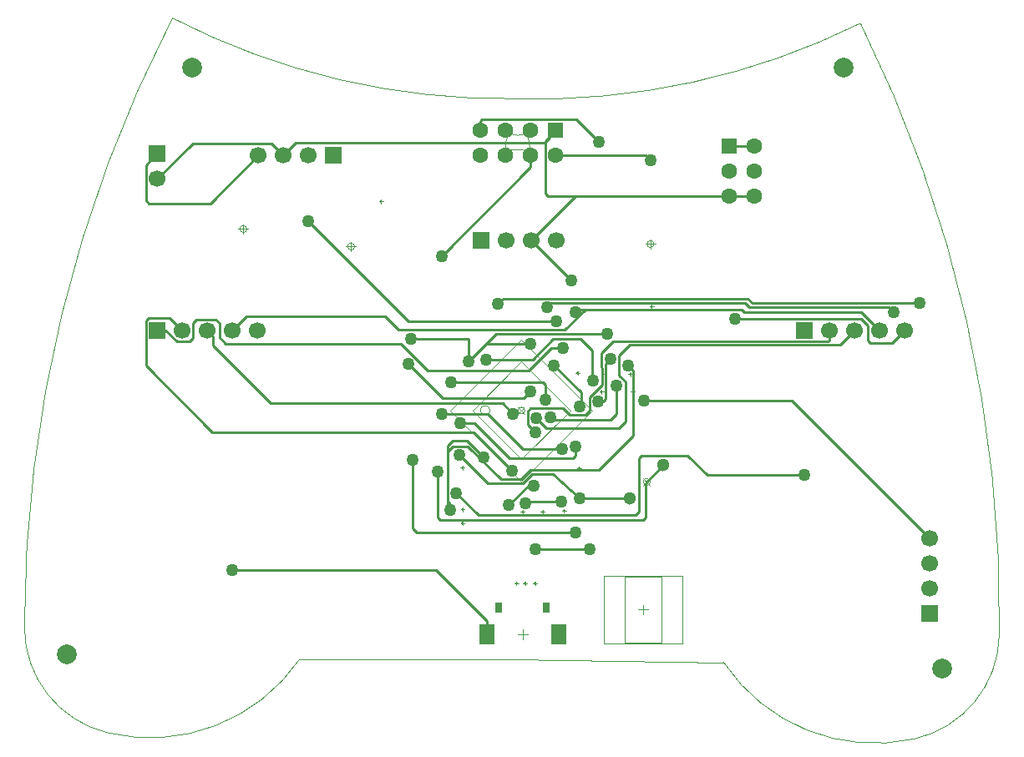
<source format=gbl>
G04*
G04 #@! TF.GenerationSoftware,Altium Limited,Altium Designer,19.0.4 (130)*
G04*
G04 Layer_Physical_Order=2*
G04 Layer_Color=16711680*
%FSLAX44Y44*%
%MOMM*%
G71*
G01*
G75*
%ADD16C,0.2540*%
%ADD19C,0.1000*%
%ADD20C,0.0127*%
%ADD21C,0.0500*%
%ADD22C,0.0254*%
%ADD56C,1.6000*%
%ADD57R,1.6000X1.6000*%
%ADD58R,1.7000X1.7000*%
%ADD59C,1.7000*%
%ADD60R,1.5000X2.0000*%
%ADD61R,0.8000X1.0000*%
%ADD62R,1.6000X1.6000*%
%ADD63C,1.3000*%
%ADD64R,1.7000X1.7000*%
%ADD65C,1.2700*%
%ADD66C,2.0000*%
D16*
X503867Y390398D02*
X524441Y410972D01*
X405638Y272542D02*
X439166Y239014D01*
X524441Y410972D02*
X682870D01*
X516772D02*
X524441D01*
X486410Y525780D02*
X514350D01*
X483616Y580390D02*
Y582396D01*
Y528574D02*
Y580390D01*
X384810Y267462D02*
Y272796D01*
Y215978D02*
Y267462D01*
Y210566D02*
Y215978D01*
X423825Y376073D02*
X433832Y386080D01*
X406400Y358648D02*
X423825Y376073D01*
X78994Y557784D02*
X90170Y568960D01*
X78994Y521970D02*
Y557784D01*
Y521970D02*
X82042Y518922D01*
X144272D01*
X193040Y567690D01*
X685292Y408550D02*
X804300D01*
X335280Y390398D02*
X503867D01*
X321564Y404114D02*
X335280Y390398D01*
X180594Y404114D02*
X321564D01*
X166370Y389890D02*
X180594Y404114D01*
X804300Y408550D02*
X822960Y389890D01*
X682870Y410972D02*
X685292Y408550D01*
X514350D02*
X516772Y410972D01*
X734060Y318770D02*
X873760Y179070D01*
X584200Y318770D02*
X734060D01*
X531368Y340106D02*
X532638Y338836D01*
X531368Y340106D02*
Y369570D01*
X519652Y381286D02*
X531368Y369570D01*
X492029Y381286D02*
X519652D01*
X471170Y360426D02*
X492029Y381286D01*
X424180Y360426D02*
X471170D01*
X206248Y579882D02*
X218440Y567690D01*
X126492Y579882D02*
X206248D01*
X90170Y543560D02*
X126492Y579882D01*
X218440Y567690D02*
X231140Y580390D01*
X483616D01*
X494310Y593090D01*
X387350Y208026D02*
Y213438D01*
X384810Y215978D02*
X387350Y213438D01*
X384810Y272796D02*
X389890Y277876D01*
X404114D01*
X421132Y260858D01*
X567690Y354076D02*
X572770Y348996D01*
Y282829D02*
Y348996D01*
X538099Y248158D02*
X572770Y282829D01*
X468630Y248158D02*
X538099D01*
X459486Y239014D02*
X468630Y248158D01*
X439166Y239014D02*
X459486D01*
X389890Y272542D02*
X405638D01*
X384810Y267462D02*
X389890Y272542D01*
X384810Y210566D02*
X387350Y208026D01*
X518661Y219249D02*
X569769D01*
X491841Y244348D02*
X518661Y219249D01*
X470358Y244348D02*
X491841D01*
X461214Y235204D02*
X470358Y244348D01*
X425196Y235204D02*
X461214D01*
X397002Y263398D02*
X425196Y235204D01*
X140970Y389890D02*
X146948Y383912D01*
Y374650D02*
Y383912D01*
Y374650D02*
X205368Y316230D01*
X440436D01*
X451358Y305308D01*
X474726Y301028D02*
X484924Y290830D01*
X558800D01*
X565150Y297180D01*
Y337820D01*
X558800Y344170D02*
X565150Y337820D01*
X558800Y344170D02*
Y364490D01*
X569350Y375040D01*
X782710D01*
X797560Y389890D01*
X772160Y380120D02*
Y389890D01*
X770890Y378850D02*
X772160Y380120D01*
X552840Y378850D02*
X770890D01*
X541020Y367030D02*
X552840Y378850D01*
X541020Y352642D02*
Y367030D01*
Y352642D02*
X541528Y352134D01*
Y334518D02*
Y352134D01*
X528828Y321818D02*
X541528Y334518D01*
X528828Y308610D02*
Y321818D01*
X524510Y304292D02*
X528828Y308610D01*
X508254Y304292D02*
X524510D01*
X501650Y310896D02*
X508254Y304292D01*
X468630Y310896D02*
X501650D01*
X465836Y308102D02*
X468630Y310896D01*
X465836Y294132D02*
Y308102D01*
Y294132D02*
X473456Y286512D01*
X90170Y389890D02*
X99060D01*
X110236Y378714D01*
X123190D01*
X126746Y382270D01*
Y397510D01*
X130302Y401066D01*
X149860D01*
X153416Y397510D01*
Y382778D02*
Y397510D01*
Y382778D02*
X159766Y376428D01*
X337566D01*
X364490Y349504D01*
X467106D01*
X489966Y372364D01*
X501396D01*
X446995Y212643D02*
X466763Y232410D01*
X472440D01*
X473710Y168148D02*
X529082D01*
X518922Y313182D02*
X520192Y314452D01*
Y326898D01*
X492506Y354584D02*
X520192Y326898D01*
X468910Y555524D02*
Y567690D01*
X378714Y465328D02*
X468910Y555524D01*
X378714Y305308D02*
X425958D01*
X461518Y269748D01*
X500888D01*
X397510Y295910D02*
X411988D01*
X447802Y260096D01*
X512064D01*
X514858Y262890D01*
Y272034D01*
X388620Y337566D02*
X481330D01*
X484378Y334518D01*
Y319786D02*
Y334518D01*
X831732Y413630D02*
X837184Y408178D01*
X690254Y413630D02*
X831732D01*
X686444Y417440D02*
X690254Y413630D01*
X489793Y417440D02*
X686444D01*
X485864Y413512D02*
X489793Y417440D01*
X347980Y381000D02*
X406400D01*
Y358648D02*
Y381000D01*
X433832Y386080D02*
X546700D01*
X243840Y500634D02*
X345186Y399288D01*
X494792D01*
X418110Y593090D02*
Y601980D01*
X419888Y603758D01*
X515112D01*
X537974Y580896D01*
X344932Y355854D02*
X379730Y321056D01*
X461772D01*
X468884Y328168D01*
X694064Y417440D02*
X863210D01*
X689102Y422402D02*
X694064Y417440D01*
X441452Y422402D02*
X689102D01*
X435610Y416560D02*
X441452Y422402D01*
X676402Y402082D02*
X803656D01*
X811022Y394716D01*
Y379730D02*
Y394716D01*
Y379730D02*
X813562Y377190D01*
X835660D01*
X848360Y389890D01*
X463511Y214884D02*
X464781Y216154D01*
X500380D01*
X647954Y243078D02*
X746760D01*
X628142Y262890D02*
X647954Y243078D01*
X581406Y262890D02*
X628142D01*
X578866Y260350D02*
X581406Y262890D01*
X578866Y205994D02*
Y260350D01*
X575310Y202438D02*
X578866Y205994D01*
X416052Y202438D02*
X575310D01*
X393700Y224790D02*
X416052Y202438D01*
X488950Y301752D02*
Y302006D01*
Y301752D02*
X491490Y299212D01*
X549910D01*
X556260Y305562D01*
Y334010D01*
X537718Y317754D02*
X542290D01*
X545338Y320802D01*
Y356362D01*
X549910Y360934D01*
X469900Y481330D02*
X510540Y440690D01*
X166370Y147066D02*
X373198D01*
X424760Y95504D01*
Y81280D02*
Y95504D01*
X483616Y528574D02*
X486410Y525780D01*
X483616Y582396D02*
X494310Y593090D01*
X374650Y199898D02*
Y246380D01*
Y199898D02*
X377190Y197358D01*
X582930D01*
X585724Y200152D01*
Y235204D01*
X603711Y253191D01*
X423825Y376073D02*
X468904D01*
X353822Y185166D02*
X514096D01*
X349758Y189230D02*
X353822Y185166D01*
X349758Y189230D02*
Y258318D01*
X585470Y567690D02*
X590550Y562610D01*
X494310Y567690D02*
X585470D01*
X102870Y402590D02*
X115570Y389890D01*
X81534Y402590D02*
X102870D01*
X78994Y400050D02*
X81534Y402590D01*
X78994Y354330D02*
Y400050D01*
Y354330D02*
X146457Y286867D01*
X411613D01*
X450576Y247904D01*
X469900Y481330D02*
X514350Y525780D01*
X670560D01*
X695960D01*
X670560Y576580D02*
X695960D01*
D19*
X427970Y308610D02*
G03*
X427970Y308610I-5000J0D01*
G01*
X459740Y259112D02*
X509238Y308610D01*
X410243D02*
X459740Y358108D01*
X509238Y308610D01*
X410243D02*
X459740Y259112D01*
X564430Y73180D02*
X601430D01*
X564430Y140180D02*
X601430D01*
Y73180D02*
Y140180D01*
X564430Y73180D02*
Y140180D01*
X459740Y236768D02*
X531582Y308610D01*
X387898D02*
X459740Y380452D01*
X531582Y308610D01*
X387898D02*
X459740Y236768D01*
X582930Y101680D02*
Y111680D01*
X577930Y106680D02*
X587930D01*
X542930Y72180D02*
X622930D01*
X542930Y141180D02*
X622930D01*
Y72180D02*
Y141180D01*
X542930Y72180D02*
Y141180D01*
X461010Y76200D02*
Y86360D01*
X455930Y81280D02*
X466090D01*
D20*
X448678Y587462D02*
G03*
X448678Y587462I-762J0D01*
G01*
X446790Y574092D02*
G03*
X446790Y574092I-762J0D01*
G01*
X466296Y573946D02*
G03*
X466296Y573946I-762J0D01*
G01*
X464608Y587343D02*
G03*
X464608Y587343I-762J0D01*
G01*
X455883Y587712D02*
G03*
X464756Y589656I563J18652D01*
G01*
X468332Y573904D02*
G03*
X464756Y589656I-34222J512D01*
G01*
X466143Y571215D02*
G03*
X468332Y573904I-609J2731D01*
G01*
X461236Y573186D02*
G03*
X466143Y571215I3890J2593D01*
G01*
X447042Y589788D02*
G03*
X455883Y587712I8558J16582D01*
G01*
X447042Y589788D02*
G03*
X443230Y574092I30414J-15696D01*
G01*
D02*
G03*
X445378Y571371I2798J0D01*
G01*
D02*
G03*
X450314Y573267I1085J4547D01*
G01*
X455775D02*
X461236Y573186D01*
X450314Y573267D02*
X455775D01*
X454100Y625024D02*
G03*
X803395Y701537I22172J734335D01*
G01*
X944190Y81400D02*
G03*
X803395Y701537I-1347306J20160D01*
G01*
X858013Y-24466D02*
G03*
X944190Y81400I-23963J107514D01*
G01*
X664831Y53097D02*
G03*
X858013Y-24466I153145J102073D01*
G01*
X105988Y706755D02*
G03*
X454100Y625024I336929J652854D01*
G01*
X105988Y706755D02*
G03*
X-44070Y88794I1197399J-617961D01*
G01*
X-44070D02*
G03*
X40514Y-18350I110153J0D01*
G01*
Y-18350D02*
G03*
X234835Y56314I42720J179018D01*
G01*
X449845Y56314D02*
X664831Y53097D01*
X234835Y56314D02*
X449845D01*
D21*
X463240Y308610D02*
G03*
X463240Y308610I-3500J0D01*
G01*
X181300Y492760D02*
G03*
X181300Y492760I-3500J0D01*
G01*
X594050Y477520D02*
G03*
X594050Y477520I-3500J0D01*
G01*
X590240Y236220D02*
G03*
X590240Y236220I-3500J0D01*
G01*
X290520Y474980D02*
G03*
X290520Y474980I-3500J0D01*
G01*
X456204Y312146D02*
X463275Y305075D01*
X456205D02*
X463276Y312146D01*
X177800Y487760D02*
Y497760D01*
X172800Y492760D02*
X182800D01*
X585550Y477520D02*
X595550D01*
X590550Y472520D02*
Y482520D01*
X583205Y232685D02*
X590276Y239756D01*
X583205Y239755D02*
X590276Y232684D01*
X282020Y474980D02*
X292020D01*
X287020Y469980D02*
Y479980D01*
D22*
X574041Y327661D02*
G03*
X574041Y327661I-1270J0D01*
G01*
X571460Y345440D02*
G03*
X571460Y345440I-1270J0D01*
G01*
X401360Y194310D02*
G03*
X401360Y194310I-1270J0D01*
G01*
X518120Y346710D02*
G03*
X518120Y346710I-1270J0D01*
G01*
X482560Y205740D02*
G03*
X482560Y205740I-1270J0D01*
G01*
X542330Y327660D02*
G03*
X542330Y327660I-1270J0D01*
G01*
X543600Y345440D02*
G03*
X543600Y345440I-1270J0D01*
G01*
X455930Y133390D02*
G03*
X455930Y133390I-1270J0D01*
G01*
X464820Y133350D02*
G03*
X464820Y133350I-1270J0D01*
G01*
X504191Y207011D02*
G03*
X504191Y207011I-1270J0D01*
G01*
X401360Y208280D02*
G03*
X401360Y208280I-1270J0D01*
G01*
X462281Y205741D02*
G03*
X462281Y205741I-1270J0D01*
G01*
X474980Y133390D02*
G03*
X474980Y133390I-1270J0D01*
G01*
X519430Y250230D02*
G03*
X519430Y250230I-1270J0D01*
G01*
X593090Y413980D02*
G03*
X593090Y413980I-1270J0D01*
G01*
X401320Y250690D02*
G03*
X401320Y250690I-1270J0D01*
G01*
X318770Y520660D02*
G03*
X318770Y520660I-1270J0D01*
G01*
X572771Y325661D02*
Y329661D01*
X570770Y327661D02*
X574771D01*
X568190Y345440D02*
X572190D01*
X570190Y343440D02*
Y347440D01*
X400090Y192310D02*
Y196310D01*
X398090Y194310D02*
X402090D01*
X516850Y344710D02*
Y348710D01*
X514850Y346710D02*
X518850D01*
X481290Y203740D02*
Y207740D01*
X479290Y205740D02*
X483290D01*
X539060Y327660D02*
X543060D01*
X541060Y325660D02*
Y329660D01*
X540330Y345440D02*
X544330D01*
X542330Y343440D02*
Y347440D01*
X454660Y131390D02*
Y135390D01*
X452660Y133390D02*
X456660D01*
X463550Y131350D02*
Y135350D01*
X461550Y133350D02*
X465550D01*
X502921Y205011D02*
Y209011D01*
X500921Y207011D02*
X504921D01*
X400090Y206280D02*
Y210280D01*
X398090Y208280D02*
X402090D01*
X461011Y203741D02*
Y207741D01*
X459011Y205741D02*
X463011D01*
X473710Y131390D02*
Y135390D01*
X471710Y133390D02*
X475710D01*
X516160Y250230D02*
X520160D01*
X518160Y248230D02*
Y252230D01*
X591820Y411980D02*
Y415980D01*
X589820Y413980D02*
X593820D01*
X398050Y250691D02*
X402050D01*
X400050Y248691D02*
Y252691D01*
X317500Y518660D02*
Y522660D01*
X315500Y520660D02*
X319500D01*
D56*
X443510Y593090D02*
D03*
Y567690D02*
D03*
X468910Y593090D02*
D03*
Y567690D02*
D03*
X494310D02*
D03*
X418110Y593090D02*
D03*
Y567690D02*
D03*
X670560Y525780D02*
D03*
X695960D02*
D03*
X670560Y551180D02*
D03*
X695960D02*
D03*
Y576580D02*
D03*
D57*
X494310Y593090D02*
D03*
D58*
X873760Y102870D02*
D03*
X90170Y568960D02*
D03*
D59*
X873760Y128270D02*
D03*
Y153670D02*
D03*
Y179070D02*
D03*
X444500Y481330D02*
D03*
X469900D02*
D03*
X495300D02*
D03*
X243840Y567690D02*
D03*
X218440D02*
D03*
X193040D02*
D03*
X848360Y389890D02*
D03*
X772160D02*
D03*
X797560D02*
D03*
X822960D02*
D03*
X191770D02*
D03*
X115570D02*
D03*
X140970D02*
D03*
X166370D02*
D03*
X90170Y543560D02*
D03*
D60*
X424760Y81280D02*
D03*
X497260D02*
D03*
D61*
X485260Y108380D02*
D03*
X436760D02*
D03*
D62*
X670560Y576580D02*
D03*
D63*
X603711Y253191D02*
D03*
X569769Y219249D02*
D03*
D64*
X419100Y481330D02*
D03*
X269240Y567690D02*
D03*
X746760Y389890D02*
D03*
X90170D02*
D03*
D65*
X514350Y408550D02*
D03*
X584200Y318770D02*
D03*
X532638Y338836D02*
D03*
X424180Y360426D02*
D03*
X421132Y260858D02*
D03*
X567690Y354076D02*
D03*
X387350Y208026D02*
D03*
X397002Y263398D02*
D03*
X518661Y219249D02*
D03*
X451358Y305308D02*
D03*
X474726Y301028D02*
D03*
X473456Y286512D02*
D03*
X501396Y372364D02*
D03*
X446995Y212643D02*
D03*
X472440Y232410D02*
D03*
X473710Y168148D02*
D03*
X529082D02*
D03*
X518922Y313182D02*
D03*
X492506Y354584D02*
D03*
X378714Y465328D02*
D03*
Y305308D02*
D03*
X500888Y269748D02*
D03*
X397510Y295910D02*
D03*
X514858Y272034D02*
D03*
X388620Y337566D02*
D03*
X484378Y319786D02*
D03*
X837184Y408178D02*
D03*
X485864Y413512D02*
D03*
X347980Y381000D02*
D03*
X546700Y386080D02*
D03*
X243840Y500634D02*
D03*
X494792Y399288D02*
D03*
X537974Y580896D02*
D03*
X344932Y355854D02*
D03*
X468884Y328168D02*
D03*
X863210Y417440D02*
D03*
X435610Y416560D02*
D03*
X676402Y402082D02*
D03*
X463511Y214884D02*
D03*
X500380Y216154D02*
D03*
X746760Y243078D02*
D03*
X393700Y224790D02*
D03*
X488950Y302006D02*
D03*
X556260Y334010D02*
D03*
X537718Y317754D02*
D03*
X549910Y360934D02*
D03*
X510540Y440690D02*
D03*
X166370Y147066D02*
D03*
X374650Y246380D02*
D03*
X406400Y358648D02*
D03*
X468904Y376073D02*
D03*
X514096Y185166D02*
D03*
X349758Y258318D02*
D03*
X590550Y562610D02*
D03*
X450576Y247904D02*
D03*
D66*
X786130Y656590D02*
D03*
X886460Y46990D02*
D03*
X-1270Y60960D02*
D03*
X125730Y656590D02*
D03*
M02*

</source>
